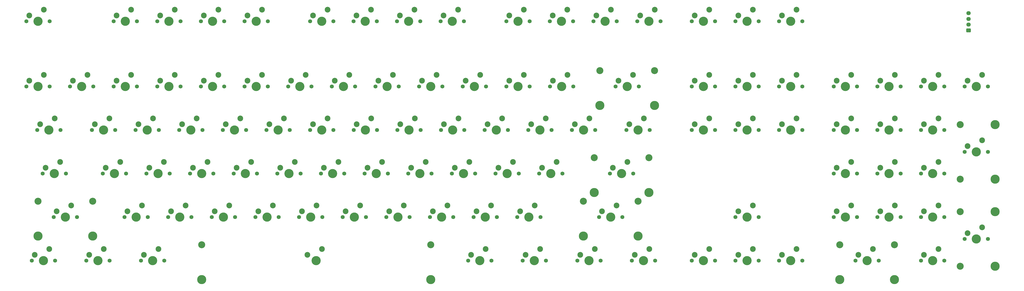
<source format=gbr>
%TF.GenerationSoftware,KiCad,Pcbnew,8.0.5*%
%TF.CreationDate,2025-06-15T08:35:33-07:00*%
%TF.ProjectId,Full Keyboard,46756c6c-204b-4657-9962-6f6172642e6b,2.0.0*%
%TF.SameCoordinates,Original*%
%TF.FileFunction,Soldermask,Top*%
%TF.FilePolarity,Negative*%
%FSLAX46Y46*%
G04 Gerber Fmt 4.6, Leading zero omitted, Abs format (unit mm)*
G04 Created by KiCad (PCBNEW 8.0.5) date 2025-06-15 08:35:33*
%MOMM*%
%LPD*%
G01*
G04 APERTURE LIST*
G04 Aperture macros list*
%AMRoundRect*
0 Rectangle with rounded corners*
0 $1 Rounding radius*
0 $2 $3 $4 $5 $6 $7 $8 $9 X,Y pos of 4 corners*
0 Add a 4 corners polygon primitive as box body*
4,1,4,$2,$3,$4,$5,$6,$7,$8,$9,$2,$3,0*
0 Add four circle primitives for the rounded corners*
1,1,$1+$1,$2,$3*
1,1,$1+$1,$4,$5*
1,1,$1+$1,$6,$7*
1,1,$1+$1,$8,$9*
0 Add four rect primitives between the rounded corners*
20,1,$1+$1,$2,$3,$4,$5,0*
20,1,$1+$1,$4,$5,$6,$7,0*
20,1,$1+$1,$6,$7,$8,$9,0*
20,1,$1+$1,$8,$9,$2,$3,0*%
G04 Aperture macros list end*
%ADD10C,2.500000*%
%ADD11C,4.000000*%
%ADD12C,1.750000*%
%ADD13C,3.048000*%
%ADD14C,3.987800*%
%ADD15RoundRect,0.250000X0.725000X-0.600000X0.725000X0.600000X-0.725000X0.600000X-0.725000X-0.600000X0*%
%ADD16O,1.950000X1.700000*%
G04 APERTURE END LIST*
D10*
%TO.C,}1*%
X347059946Y-274670029D03*
X353409946Y-272130029D03*
D11*
X350869946Y-277210029D03*
D12*
X345789946Y-277210029D03*
X355949946Y-277210029D03*
%TD*%
D10*
%TO.C,{1*%
X328009946Y-274670029D03*
X334359946Y-272130029D03*
D11*
X331819946Y-277210029D03*
D12*
X326739946Y-277210029D03*
X336899946Y-277210029D03*
%TD*%
D10*
%TO.C,\u005C1*%
X370872446Y-274670029D03*
X377222446Y-272130029D03*
D11*
X374682446Y-277210029D03*
D12*
X369602446Y-277210029D03*
X379762446Y-277210029D03*
%TD*%
D10*
%TO.C,Z1*%
X151797446Y-312770029D03*
X158147446Y-310230029D03*
D11*
X155607446Y-315310029D03*
D12*
X150527446Y-315310029D03*
X160687446Y-315310029D03*
%TD*%
D10*
%TO.C,Y1*%
X232759946Y-274670029D03*
X239109946Y-272130029D03*
D11*
X236569946Y-277210029D03*
D12*
X231489946Y-277210029D03*
X241649946Y-277210029D03*
%TD*%
D10*
%TO.C,X1*%
X170847446Y-312770029D03*
X177197446Y-310230029D03*
D11*
X174657446Y-315310029D03*
D12*
X169577446Y-315310029D03*
X179737446Y-315310029D03*
%TD*%
D10*
%TO.C,W1*%
X156559946Y-274670029D03*
X162909946Y-272130029D03*
D11*
X160369946Y-277210029D03*
D12*
X155289946Y-277210029D03*
X165449946Y-277210029D03*
%TD*%
D10*
%TO.C,V1*%
X208947446Y-312770029D03*
X215297446Y-310230029D03*
D11*
X212757446Y-315310029D03*
D12*
X207677446Y-315310029D03*
X217837446Y-315310029D03*
%TD*%
D10*
%TO.C,UpArrow1*%
X418497446Y-312770029D03*
X424847446Y-310230029D03*
D11*
X422307446Y-315310029D03*
D12*
X417227446Y-315310029D03*
X427387446Y-315310029D03*
%TD*%
D10*
%TO.C,U2*%
X251809946Y-274670029D03*
X258159946Y-272130029D03*
D11*
X255619946Y-277210029D03*
D12*
X250539946Y-277210029D03*
X260699946Y-277210029D03*
%TD*%
D10*
%TO.C,Tilde1*%
X108934946Y-255620029D03*
X115284946Y-253080029D03*
D11*
X112744946Y-258160029D03*
D12*
X107664946Y-258160029D03*
X117824946Y-258160029D03*
%TD*%
D10*
%TO.C,Tab1*%
X113697446Y-274670029D03*
X120047446Y-272130029D03*
D11*
X117507446Y-277210029D03*
D12*
X112427446Y-277210029D03*
X122587446Y-277210029D03*
%TD*%
D10*
%TO.C,T1*%
X213709946Y-274670029D03*
X220059946Y-272130029D03*
D11*
X217519946Y-277210029D03*
D12*
X212439946Y-277210029D03*
X222599946Y-277210029D03*
%TD*%
D10*
%TO.C,Space1*%
X230378696Y-331820029D03*
X236728696Y-329280029D03*
D11*
X234188696Y-334360029D03*
%TD*%
D10*
%TO.C,Shift1*%
X120841196Y-312770029D03*
X127191196Y-310230029D03*
D11*
X124651196Y-315310029D03*
D12*
X119571196Y-315310029D03*
X129731196Y-315310029D03*
%TD*%
D10*
%TO.C,ScrollLock1*%
X418497446Y-227045029D03*
X424847446Y-224505029D03*
D11*
X422307446Y-229585029D03*
D12*
X417227446Y-229585029D03*
X427387446Y-229585029D03*
%TD*%
D10*
%TO.C,S1*%
X161322446Y-293720029D03*
X167672446Y-291180029D03*
D11*
X165132446Y-296260029D03*
D12*
X160052446Y-296260029D03*
X170212446Y-296260029D03*
%TD*%
D10*
%TO.C,RightWin1*%
X325628696Y-331820029D03*
X331978696Y-329280029D03*
D11*
X329438696Y-334360029D03*
D12*
X324358696Y-334360029D03*
X334518696Y-334360029D03*
%TD*%
D10*
%TO.C,RightShift1*%
X358966196Y-312770029D03*
X365316196Y-310230029D03*
D11*
X362776196Y-315310029D03*
D12*
X357696196Y-315310029D03*
X367856196Y-315310029D03*
%TD*%
D10*
%TO.C,RightControl1*%
X373253696Y-331820029D03*
X379603696Y-329280029D03*
D11*
X377063696Y-334360029D03*
D12*
X371983696Y-334360029D03*
X382143696Y-334360029D03*
%TD*%
D10*
%TO.C,RightArrow1*%
X437547446Y-331820029D03*
X443897446Y-329280029D03*
D11*
X441357446Y-334360029D03*
D12*
X436277446Y-334360029D03*
X446437446Y-334360029D03*
%TD*%
D10*
%TO.C,RightAlt1*%
X301816196Y-331820029D03*
X308166196Y-329280029D03*
D11*
X305626196Y-334360029D03*
D12*
X300546196Y-334360029D03*
X310706196Y-334360029D03*
%TD*%
D10*
%TO.C,R4*%
X194659946Y-274670029D03*
X201009946Y-272130029D03*
D11*
X198469946Y-277210029D03*
D12*
X193389946Y-277210029D03*
X203549946Y-277210029D03*
%TD*%
D10*
%TO.C,Q1*%
X137509946Y-274670029D03*
X143859946Y-272130029D03*
D11*
X141319946Y-277210029D03*
D12*
X136239946Y-277210029D03*
X146399946Y-277210029D03*
%TD*%
D10*
%TO.C,PrtSc1*%
X399447446Y-227045029D03*
X405797446Y-224505029D03*
D11*
X403257446Y-229585029D03*
D12*
X398177446Y-229585029D03*
X408337446Y-229585029D03*
%TD*%
D10*
%TO.C,PgUp1*%
X437547446Y-255620029D03*
X443897446Y-253080029D03*
D11*
X441357446Y-258160029D03*
D12*
X436277446Y-258160029D03*
X446437446Y-258160029D03*
%TD*%
D10*
%TO.C,PgDn1*%
X437547446Y-274670029D03*
X443897446Y-272130029D03*
D11*
X441357446Y-277210029D03*
D12*
X436277446Y-277210029D03*
X446437446Y-277210029D03*
%TD*%
D10*
%TO.C,PauseBreak1*%
X437547446Y-227045029D03*
X443897446Y-224505029D03*
D11*
X441357446Y-229585029D03*
D12*
X436277446Y-229585029D03*
X446437446Y-229585029D03*
%TD*%
D10*
%TO.C,P1*%
X308959946Y-274670029D03*
X315309946Y-272130029D03*
D11*
X312769946Y-277210029D03*
D12*
X307689946Y-277210029D03*
X317849946Y-277210029D03*
%TD*%
D10*
%TO.C,O1*%
X289909946Y-274670029D03*
X296259946Y-272130029D03*
D11*
X293719946Y-277210029D03*
D12*
X288639946Y-277210029D03*
X298799946Y-277210029D03*
%TD*%
D10*
%TO.C,NumLock1*%
X461359946Y-255620029D03*
X467709946Y-253080029D03*
D11*
X465169946Y-258160029D03*
D12*
X460089946Y-258160029D03*
X470249946Y-258160029D03*
%TD*%
D10*
%TO.C,NumEnter1*%
X518509946Y-322295029D03*
X524859946Y-319755029D03*
D11*
X522319946Y-324835029D03*
D12*
X517239946Y-324835029D03*
X527399946Y-324835029D03*
%TD*%
D10*
%TO.C,Num9*%
X499459946Y-274670029D03*
X505809946Y-272130029D03*
D11*
X503269946Y-277210029D03*
D12*
X498189946Y-277210029D03*
X508349946Y-277210029D03*
%TD*%
D10*
%TO.C,Num8*%
X480409946Y-274670029D03*
X486759946Y-272130029D03*
D11*
X484219946Y-277210029D03*
D12*
X479139946Y-277210029D03*
X489299946Y-277210029D03*
%TD*%
D10*
%TO.C,Num7*%
X461359946Y-274670029D03*
X467709946Y-272130029D03*
D11*
X465169946Y-277210029D03*
D12*
X460089946Y-277210029D03*
X470249946Y-277210029D03*
%TD*%
D10*
%TO.C,Num6*%
X499459946Y-293720029D03*
X505809946Y-291180029D03*
D11*
X503269946Y-296260029D03*
D12*
X498189946Y-296260029D03*
X508349946Y-296260029D03*
%TD*%
D10*
%TO.C,Num5*%
X480409946Y-293720029D03*
X486759946Y-291180029D03*
D11*
X484219946Y-296260029D03*
D12*
X479139946Y-296260029D03*
X489299946Y-296260029D03*
%TD*%
D10*
%TO.C,Num4*%
X461359946Y-293720029D03*
X467709946Y-291180029D03*
D11*
X465169946Y-296260029D03*
D12*
X460089946Y-296260029D03*
X470249946Y-296260029D03*
%TD*%
D10*
%TO.C,Num3*%
X499459946Y-312770029D03*
X505809946Y-310230029D03*
D11*
X503269946Y-315310029D03*
D12*
X498189946Y-315310029D03*
X508349946Y-315310029D03*
%TD*%
D10*
%TO.C,Num2*%
X480409946Y-312770029D03*
X486759946Y-310230029D03*
D11*
X484219946Y-315310029D03*
D12*
X479139946Y-315310029D03*
X489299946Y-315310029D03*
%TD*%
D10*
%TO.C,Num1*%
X461359946Y-312770029D03*
X467709946Y-310230029D03*
D11*
X465169946Y-315310029D03*
D12*
X460089946Y-315310029D03*
X470249946Y-315310029D03*
%TD*%
D10*
%TO.C,Num0*%
X470884946Y-331820029D03*
X477234946Y-329280029D03*
D11*
X474694946Y-334360029D03*
D12*
X469614946Y-334360029D03*
X479774946Y-334360029D03*
%TD*%
D10*
%TO.C,Num/1*%
X480409946Y-255620029D03*
X486759946Y-253080029D03*
D11*
X484219946Y-258160029D03*
D12*
X479139946Y-258160029D03*
X489299946Y-258160029D03*
%TD*%
D10*
%TO.C,Num.1*%
X499459946Y-331820029D03*
X505809946Y-329280029D03*
D11*
X503269946Y-334360029D03*
D12*
X498189946Y-334360029D03*
X508349946Y-334360029D03*
%TD*%
D10*
%TO.C,Num-1*%
X518509946Y-255620029D03*
X524859946Y-253080029D03*
D11*
X522319946Y-258160029D03*
D12*
X517239946Y-258160029D03*
X527399946Y-258160029D03*
%TD*%
D10*
%TO.C,Num+1*%
X518509946Y-284195029D03*
X524859946Y-281655029D03*
D11*
X522319946Y-286735029D03*
D12*
X517239946Y-286735029D03*
X527399946Y-286735029D03*
%TD*%
D10*
%TO.C,Num\u002A1*%
X499459946Y-255620029D03*
X505809946Y-253080029D03*
D11*
X503269946Y-258160029D03*
D12*
X498189946Y-258160029D03*
X508349946Y-258160029D03*
%TD*%
D10*
%TO.C,N1*%
X247047446Y-312770029D03*
X253397446Y-310230029D03*
D11*
X250857446Y-315310029D03*
D12*
X245777446Y-315310029D03*
X255937446Y-315310029D03*
%TD*%
D10*
%TO.C,Menu1*%
X349441196Y-331820029D03*
X355791196Y-329280029D03*
D11*
X353251196Y-334360029D03*
D12*
X348171196Y-334360029D03*
X358331196Y-334360029D03*
%TD*%
D10*
%TO.C,M1*%
X266097446Y-312770029D03*
X272447446Y-310230029D03*
D11*
X269907446Y-315310029D03*
D12*
X264827446Y-315310029D03*
X274987446Y-315310029D03*
%TD*%
D10*
%TO.C,LeftWin1*%
X135128696Y-331820029D03*
X141478696Y-329280029D03*
D11*
X138938696Y-334360029D03*
D12*
X133858696Y-334360029D03*
X144018696Y-334360029D03*
%TD*%
D10*
%TO.C,LeftControl1*%
X111316196Y-331820029D03*
X117666196Y-329280029D03*
D11*
X115126196Y-334360029D03*
D12*
X110046196Y-334360029D03*
X120206196Y-334360029D03*
%TD*%
D10*
%TO.C,LeftArrow1*%
X399447446Y-331820029D03*
X405797446Y-329280029D03*
D11*
X403257446Y-334360029D03*
D12*
X398177446Y-334360029D03*
X408337446Y-334360029D03*
%TD*%
D10*
%TO.C,LeftAlt1*%
X158941196Y-331820029D03*
X165291196Y-329280029D03*
D11*
X162751196Y-334360029D03*
D12*
X157671196Y-334360029D03*
X167831196Y-334360029D03*
%TD*%
D10*
%TO.C,L1*%
X294672446Y-293720029D03*
X301022446Y-291180029D03*
D11*
X298482446Y-296260029D03*
D12*
X293402446Y-296260029D03*
X303562446Y-296260029D03*
%TD*%
D10*
%TO.C,K1*%
X275622446Y-293720029D03*
X281972446Y-291180029D03*
D11*
X279432446Y-296260029D03*
D12*
X274352446Y-296260029D03*
X284512446Y-296260029D03*
%TD*%
D10*
%TO.C,J2*%
X256572446Y-293720029D03*
X262922446Y-291180029D03*
D11*
X260382446Y-296260029D03*
D12*
X255302446Y-296260029D03*
X265462446Y-296260029D03*
%TD*%
D10*
%TO.C,Insert1*%
X399447446Y-255620029D03*
X405797446Y-253080029D03*
D11*
X403257446Y-258160029D03*
D12*
X398177446Y-258160029D03*
X408337446Y-258160029D03*
%TD*%
D10*
%TO.C,I1*%
X270859946Y-274670029D03*
X277209946Y-272130029D03*
D11*
X274669946Y-277210029D03*
D12*
X269589946Y-277210029D03*
X279749946Y-277210029D03*
%TD*%
D10*
%TO.C,Home1*%
X418497446Y-255620029D03*
X424847446Y-253080029D03*
D11*
X422307446Y-258160029D03*
D12*
X417227446Y-258160029D03*
X427387446Y-258160029D03*
%TD*%
D10*
%TO.C,H1*%
X237522446Y-293720029D03*
X243872446Y-291180029D03*
D11*
X241332446Y-296260029D03*
D12*
X236252446Y-296260029D03*
X246412446Y-296260029D03*
%TD*%
D10*
%TO.C,G1*%
X218472446Y-293720029D03*
X224822446Y-291180029D03*
D11*
X222282446Y-296260029D03*
D12*
X217202446Y-296260029D03*
X227362446Y-296260029D03*
%TD*%
D10*
%TO.C,Func1*%
X147034946Y-227045029D03*
X153384946Y-224505029D03*
D11*
X150844946Y-229585029D03*
D12*
X145764946Y-229585029D03*
X155924946Y-229585029D03*
%TD*%
D10*
%TO.C,F13*%
X199422446Y-293720029D03*
X205772446Y-291180029D03*
D11*
X203232446Y-296260029D03*
D12*
X198152446Y-296260029D03*
X208312446Y-296260029D03*
%TD*%
D10*
%TO.C,F12*%
X375614946Y-227045029D03*
X381964946Y-224505029D03*
D11*
X379424946Y-229585029D03*
D12*
X374344946Y-229585029D03*
X384504946Y-229585029D03*
%TD*%
D10*
%TO.C,F11*%
X356484946Y-227045029D03*
X362834946Y-224505029D03*
D11*
X360294946Y-229585029D03*
D12*
X355214946Y-229585029D03*
X365374946Y-229585029D03*
%TD*%
D10*
%TO.C,F10*%
X337484946Y-227045029D03*
X343834946Y-224505029D03*
D11*
X341294946Y-229585029D03*
D12*
X336214946Y-229585029D03*
X346374946Y-229585029D03*
%TD*%
D10*
%TO.C,F9*%
X318484946Y-227045029D03*
X324834946Y-224505029D03*
D11*
X322294946Y-229585029D03*
D12*
X317214946Y-229585029D03*
X327374946Y-229585029D03*
%TD*%
D10*
%TO.C,F8*%
X289759946Y-227045029D03*
X296109946Y-224505029D03*
D11*
X293569946Y-229585029D03*
D12*
X288489946Y-229585029D03*
X298649946Y-229585029D03*
%TD*%
D10*
%TO.C,F7*%
X270759946Y-227045029D03*
X277109946Y-224505029D03*
D11*
X274569946Y-229585029D03*
D12*
X269489946Y-229585029D03*
X279649946Y-229585029D03*
%TD*%
D10*
%TO.C,F6*%
X251759946Y-227045029D03*
X258109946Y-224505029D03*
D11*
X255569946Y-229585029D03*
D12*
X250489946Y-229585029D03*
X260649946Y-229585029D03*
%TD*%
D10*
%TO.C,F5*%
X232759946Y-227045029D03*
X239109946Y-224505029D03*
D11*
X236569946Y-229585029D03*
D12*
X231489946Y-229585029D03*
X241649946Y-229585029D03*
%TD*%
D10*
%TO.C,F4*%
X204184946Y-227045029D03*
X210534946Y-224505029D03*
D11*
X207994946Y-229585029D03*
D12*
X202914946Y-229585029D03*
X213074946Y-229585029D03*
%TD*%
D10*
%TO.C,F3*%
X185134946Y-227045029D03*
X191484946Y-224505029D03*
D11*
X188944946Y-229585029D03*
D12*
X183864946Y-229585029D03*
X194024946Y-229585029D03*
%TD*%
D10*
%TO.C,F2*%
X166084946Y-227045029D03*
X172434946Y-224505029D03*
D11*
X169894946Y-229585029D03*
D12*
X164814946Y-229585029D03*
X174974946Y-229585029D03*
%TD*%
D10*
%TO.C,ESC1*%
X108934946Y-227045029D03*
X115284946Y-224505029D03*
D11*
X112744946Y-229585029D03*
D12*
X107664946Y-229585029D03*
X117824946Y-229585029D03*
%TD*%
D10*
%TO.C,Enter1*%
X363728696Y-293720029D03*
X370078696Y-291180029D03*
D11*
X367538696Y-296260029D03*
D12*
X362458696Y-296260029D03*
X372618696Y-296260029D03*
%TD*%
D10*
%TO.C,End1*%
X418497446Y-274670029D03*
X424847446Y-272130029D03*
D11*
X422307446Y-277210029D03*
D12*
X417227446Y-277210029D03*
X427387446Y-277210029D03*
%TD*%
D10*
%TO.C,E1*%
X175609946Y-274670029D03*
X181959946Y-272130029D03*
D11*
X179419946Y-277210029D03*
D12*
X174339946Y-277210029D03*
X184499946Y-277210029D03*
%TD*%
D10*
%TO.C,DownArrow1*%
X418497446Y-331820029D03*
X424847446Y-329280029D03*
D11*
X422307446Y-334360029D03*
D12*
X417227446Y-334360029D03*
X427387446Y-334360029D03*
%TD*%
D10*
%TO.C,Delete1*%
X399447446Y-274670029D03*
X405797446Y-272130029D03*
D11*
X403257446Y-277210029D03*
D12*
X398177446Y-277210029D03*
X408337446Y-277210029D03*
%TD*%
D10*
%TO.C,D105*%
X180372446Y-293720029D03*
X186722446Y-291180029D03*
D11*
X184182446Y-296260029D03*
D12*
X179102446Y-296260029D03*
X189262446Y-296260029D03*
%TD*%
D10*
%TO.C,CapsLock1*%
X116078696Y-293720029D03*
X122428696Y-291180029D03*
D11*
X119888696Y-296260029D03*
D12*
X114808696Y-296260029D03*
X124968696Y-296260029D03*
%TD*%
D10*
%TO.C,C1*%
X189897446Y-312770029D03*
X196247446Y-310230029D03*
D11*
X193707446Y-315310029D03*
D12*
X188627446Y-315310029D03*
X198787446Y-315310029D03*
%TD*%
D10*
%TO.C,Backspace1*%
X366109946Y-255620029D03*
X372459946Y-253080029D03*
D11*
X369919946Y-258160029D03*
D12*
X364839946Y-258160029D03*
X374999946Y-258160029D03*
%TD*%
D10*
%TO.C,B1*%
X227997446Y-312770029D03*
X234347446Y-310230029D03*
D11*
X231807446Y-315310029D03*
D12*
X226727446Y-315310029D03*
X236887446Y-315310029D03*
%TD*%
D10*
%TO.C,A1*%
X142272446Y-293720029D03*
X148622446Y-291180029D03*
D11*
X146082446Y-296260029D03*
D12*
X141002446Y-296260029D03*
X151162446Y-296260029D03*
%TD*%
D10*
%TO.C,>1*%
X304197446Y-312770029D03*
X310547446Y-310230029D03*
D11*
X308007446Y-315310029D03*
D12*
X302927446Y-315310029D03*
X313087446Y-315310029D03*
%TD*%
D10*
%TO.C,<1*%
X285147446Y-312770029D03*
X291497446Y-310230029D03*
D11*
X288957446Y-315310029D03*
D12*
X283877446Y-315310029D03*
X294037446Y-315310029D03*
%TD*%
D10*
%TO.C,;1*%
X313722446Y-293720029D03*
X320072446Y-291180029D03*
D11*
X317532446Y-296260029D03*
D12*
X312452446Y-296260029D03*
X322612446Y-296260029D03*
%TD*%
D10*
%TO.C,"?"1*%
X323247446Y-312770029D03*
X329597446Y-310230029D03*
D11*
X327057446Y-315310029D03*
D12*
X321977446Y-315310029D03*
X332137446Y-315310029D03*
%TD*%
D10*
%TO.C,"="1*%
X337534946Y-255620029D03*
X343884946Y-253080029D03*
D11*
X341344946Y-258160029D03*
D12*
X336264946Y-258160029D03*
X346424946Y-258160029D03*
%TD*%
D10*
%TO.C,"9"1*%
X280384946Y-255620029D03*
X286734946Y-253080029D03*
D11*
X284194946Y-258160029D03*
D12*
X279114946Y-258160029D03*
X289274946Y-258160029D03*
%TD*%
D10*
%TO.C,"8"1*%
X261334946Y-255620029D03*
X267684946Y-253080029D03*
D11*
X265144946Y-258160029D03*
D12*
X260064946Y-258160029D03*
X270224946Y-258160029D03*
%TD*%
D10*
%TO.C,"7"1*%
X242284946Y-255620029D03*
X248634946Y-253080029D03*
D11*
X246094946Y-258160029D03*
D12*
X241014946Y-258160029D03*
X251174946Y-258160029D03*
%TD*%
D10*
%TO.C,"6"1*%
X223234946Y-255620029D03*
X229584946Y-253080029D03*
D11*
X227044946Y-258160029D03*
D12*
X221964946Y-258160029D03*
X232124946Y-258160029D03*
%TD*%
D10*
%TO.C,"5"1*%
X204184946Y-255620029D03*
X210534946Y-253080029D03*
D11*
X207994946Y-258160029D03*
D12*
X202914946Y-258160029D03*
X213074946Y-258160029D03*
%TD*%
D10*
%TO.C,"4"1*%
X185134946Y-255620029D03*
X191484946Y-253080029D03*
D11*
X188944946Y-258160029D03*
D12*
X183864946Y-258160029D03*
X194024946Y-258160029D03*
%TD*%
D10*
%TO.C,"3"1*%
X166084946Y-255620029D03*
X172434946Y-253080029D03*
D11*
X169894946Y-258160029D03*
D12*
X164814946Y-258160029D03*
X174974946Y-258160029D03*
%TD*%
D10*
%TO.C,"2"1*%
X147034946Y-255620029D03*
X153384946Y-253080029D03*
D11*
X150844946Y-258160029D03*
D12*
X145764946Y-258160029D03*
X155924946Y-258160029D03*
%TD*%
D10*
%TO.C,"1"1*%
X127984946Y-255620029D03*
X134334946Y-253080029D03*
D11*
X131794946Y-258160029D03*
D12*
X126714946Y-258160029D03*
X136874946Y-258160029D03*
%TD*%
D10*
%TO.C,"1*%
X332772446Y-293720029D03*
X339122446Y-291180029D03*
D11*
X336582446Y-296260029D03*
D12*
X331502446Y-296260029D03*
X341662446Y-296260029D03*
%TD*%
D10*
%TO.C,"0"1*%
X299434946Y-255620029D03*
X305784946Y-253080029D03*
D11*
X303244946Y-258160029D03*
D12*
X298164946Y-258160029D03*
X308324946Y-258160029D03*
%TD*%
D10*
%TO.C,"-"1*%
X318484946Y-255620029D03*
X324834946Y-253080029D03*
D11*
X322294946Y-258160029D03*
D12*
X317214946Y-258160029D03*
X327374946Y-258160029D03*
%TD*%
D13*
%TO.C,REF\u002A\u002A*%
X515334946Y-336773029D03*
D14*
X530544946Y-336773029D03*
D13*
X515334946Y-312897029D03*
D14*
X530544946Y-312897029D03*
%TD*%
D13*
%TO.C,REF\u002A\u002A*%
X357981946Y-251175029D03*
D14*
X357981946Y-266385029D03*
D13*
X381857946Y-251175029D03*
D14*
X381857946Y-266385029D03*
%TD*%
D13*
%TO.C,REF\u002A\u002A*%
X462756946Y-327375029D03*
D14*
X462756946Y-342585029D03*
D13*
X486632946Y-327375029D03*
D14*
X486632946Y-342585029D03*
%TD*%
D13*
%TO.C,REF\u002A\u002A*%
X515334946Y-298673029D03*
D14*
X530544946Y-298673029D03*
D13*
X515334946Y-274797029D03*
D14*
X530544946Y-274797029D03*
%TD*%
D13*
%TO.C,REF\u002A\u002A*%
X184188696Y-327375029D03*
D14*
X184188696Y-342585029D03*
D13*
X284188696Y-327375029D03*
D14*
X284188696Y-342585029D03*
%TD*%
D13*
%TO.C,REF\u002A\u002A*%
X355600696Y-289275029D03*
D14*
X355600696Y-304485029D03*
D13*
X379476696Y-289275029D03*
D14*
X379476696Y-304485029D03*
%TD*%
D13*
%TO.C,REF\u002A\u002A*%
X112713196Y-308325029D03*
D14*
X112713196Y-323535029D03*
D13*
X136589196Y-308325029D03*
D14*
X136589196Y-323535029D03*
%TD*%
D13*
%TO.C,REF\u002A\u002A*%
X350838196Y-308325029D03*
D14*
X350838196Y-323535029D03*
D13*
X374714196Y-308325029D03*
D14*
X374714196Y-323535029D03*
%TD*%
D15*
%TO.C,J3*%
X518969946Y-233560029D03*
D16*
X518969946Y-231060029D03*
X518969946Y-228560029D03*
X518969946Y-226060029D03*
%TD*%
M02*

</source>
